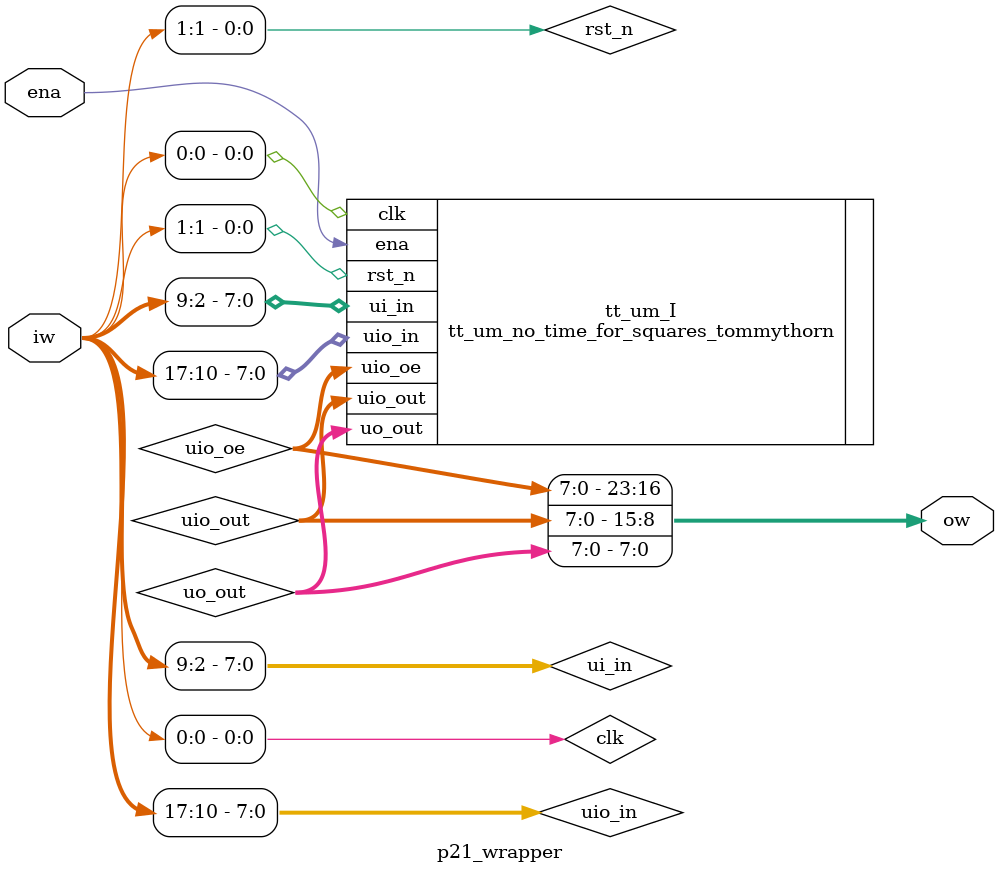
<source format=v>
`default_nettype none

module p21_wrapper (
  input wire ena,
  input wire [17:0] iw,
  output wire [23:0] ow
);

wire [7:0] uio_in;
wire [7:0] uio_out;
wire [7:0] uio_oe;
wire [7:0] uo_out;
wire [7:0] ui_in;
wire clk;
wire rst_n;

assign { uio_in, ui_in, rst_n, clk } = iw;
assign ow = { uio_oe, uio_out, uo_out };

tt_um_no_time_for_squares_tommythorn tt_um_I (
  .uio_in  (uio_in),
  .uio_out (uio_out),
  .uio_oe  (uio_oe),
  .uo_out  (uo_out),
  .ui_in   (ui_in),
  .ena     (ena),
  .clk     (clk),
  .rst_n   (rst_n)
);

endmodule

</source>
